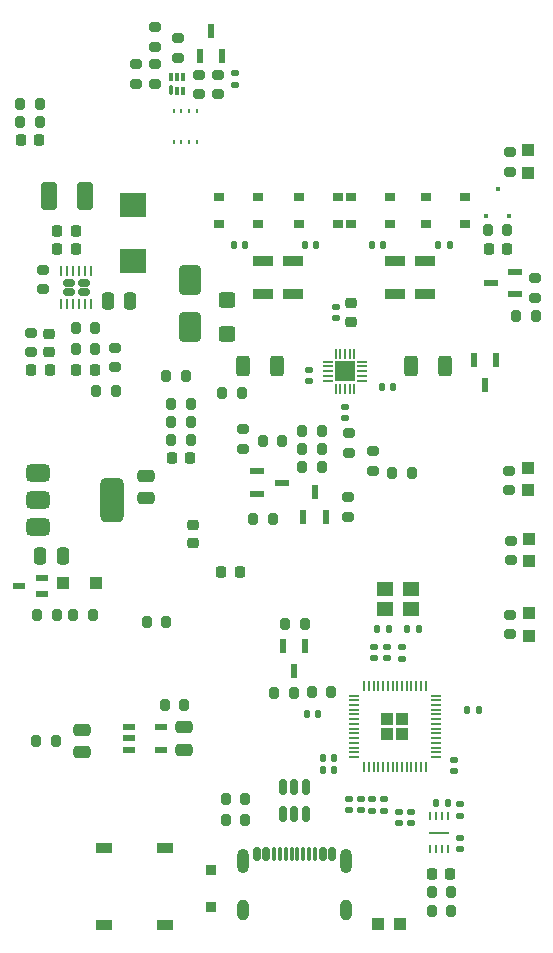
<source format=gbr>
%TF.GenerationSoftware,KiCad,Pcbnew,8.0.6*%
%TF.CreationDate,2024-10-28T23:36:15+00:00*%
%TF.ProjectId,StepUp,53746570-5570-42e6-9b69-6361645f7063,v0.1*%
%TF.SameCoordinates,Original*%
%TF.FileFunction,Paste,Top*%
%TF.FilePolarity,Positive*%
%FSLAX46Y46*%
G04 Gerber Fmt 4.6, Leading zero omitted, Abs format (unit mm)*
G04 Created by KiCad (PCBNEW 8.0.6) date 2024-10-28 23:36:15*
%MOMM*%
%LPD*%
G01*
G04 APERTURE LIST*
G04 Aperture macros list*
%AMRoundRect*
0 Rectangle with rounded corners*
0 $1 Rounding radius*
0 $2 $3 $4 $5 $6 $7 $8 $9 X,Y pos of 4 corners*
0 Add a 4 corners polygon primitive as box body*
4,1,4,$2,$3,$4,$5,$6,$7,$8,$9,$2,$3,0*
0 Add four circle primitives for the rounded corners*
1,1,$1+$1,$2,$3*
1,1,$1+$1,$4,$5*
1,1,$1+$1,$6,$7*
1,1,$1+$1,$8,$9*
0 Add four rect primitives between the rounded corners*
20,1,$1+$1,$2,$3,$4,$5,0*
20,1,$1+$1,$4,$5,$6,$7,0*
20,1,$1+$1,$6,$7,$8,$9,0*
20,1,$1+$1,$8,$9,$2,$3,0*%
G04 Aperture macros list end*
%ADD10R,0.863600X0.787400*%
%ADD11RoundRect,0.250000X0.312500X0.625000X-0.312500X0.625000X-0.312500X-0.625000X0.312500X-0.625000X0*%
%ADD12RoundRect,0.200000X-0.275000X0.200000X-0.275000X-0.200000X0.275000X-0.200000X0.275000X0.200000X0*%
%ADD13RoundRect,0.200000X-0.200000X-0.275000X0.200000X-0.275000X0.200000X0.275000X-0.200000X0.275000X0*%
%ADD14RoundRect,0.140000X0.140000X0.170000X-0.140000X0.170000X-0.140000X-0.170000X0.140000X-0.170000X0*%
%ADD15RoundRect,0.140000X0.170000X-0.140000X0.170000X0.140000X-0.170000X0.140000X-0.170000X-0.140000X0*%
%ADD16RoundRect,0.135000X0.185000X-0.135000X0.185000X0.135000X-0.185000X0.135000X-0.185000X-0.135000X0*%
%ADD17RoundRect,0.140000X-0.170000X0.140000X-0.170000X-0.140000X0.170000X-0.140000X0.170000X0.140000X0*%
%ADD18RoundRect,0.150000X-0.150000X-0.425000X0.150000X-0.425000X0.150000X0.425000X-0.150000X0.425000X0*%
%ADD19RoundRect,0.075000X-0.075000X-0.500000X0.075000X-0.500000X0.075000X0.500000X-0.075000X0.500000X0*%
%ADD20O,1.000000X2.100000*%
%ADD21O,1.000000X1.800000*%
%ADD22RoundRect,0.140000X-0.140000X-0.170000X0.140000X-0.170000X0.140000X0.170000X-0.140000X0.170000X0*%
%ADD23RoundRect,0.225000X0.225000X0.250000X-0.225000X0.250000X-0.225000X-0.250000X0.225000X-0.250000X0*%
%ADD24RoundRect,0.135000X-0.185000X0.135000X-0.185000X-0.135000X0.185000X-0.135000X0.185000X0.135000X0*%
%ADD25RoundRect,0.200000X0.200000X0.275000X-0.200000X0.275000X-0.200000X-0.275000X0.200000X-0.275000X0*%
%ADD26RoundRect,0.225000X-0.225000X-0.250000X0.225000X-0.250000X0.225000X0.250000X-0.225000X0.250000X0*%
%ADD27RoundRect,0.200000X0.275000X-0.200000X0.275000X0.200000X-0.275000X0.200000X-0.275000X-0.200000X0*%
%ADD28R,1.000000X0.550000*%
%ADD29R,0.600000X1.300000*%
%ADD30RoundRect,0.250000X0.292217X0.292217X-0.292217X0.292217X-0.292217X-0.292217X0.292217X-0.292217X0*%
%ADD31RoundRect,0.050000X0.387500X0.050000X-0.387500X0.050000X-0.387500X-0.050000X0.387500X-0.050000X0*%
%ADD32RoundRect,0.050000X0.050000X0.387500X-0.050000X0.387500X-0.050000X-0.387500X0.050000X-0.387500X0*%
%ADD33R,1.000000X1.000000*%
%ADD34R,1.753400X0.912000*%
%ADD35R,1.300000X0.600000*%
%ADD36RoundRect,0.160000X0.345000X-0.160000X0.345000X0.160000X-0.345000X0.160000X-0.345000X-0.160000X0*%
%ADD37RoundRect,0.062500X0.062500X-0.362500X0.062500X0.362500X-0.062500X0.362500X-0.062500X-0.362500X0*%
%ADD38R,0.254000X0.355600*%
%ADD39RoundRect,0.250000X0.650000X-1.000000X0.650000X1.000000X-0.650000X1.000000X-0.650000X-1.000000X0*%
%ADD40RoundRect,0.250000X-0.250000X-0.475000X0.250000X-0.475000X0.250000X0.475000X-0.250000X0.475000X0*%
%ADD41RoundRect,0.225000X-0.250000X0.225000X-0.250000X-0.225000X0.250000X-0.225000X0.250000X0.225000X0*%
%ADD42RoundRect,0.250000X0.250000X0.475000X-0.250000X0.475000X-0.250000X-0.475000X0.250000X-0.475000X0*%
%ADD43R,1.400000X1.200000*%
%ADD44RoundRect,0.250000X-0.312500X-0.625000X0.312500X-0.625000X0.312500X0.625000X-0.312500X0.625000X0*%
%ADD45RoundRect,0.375000X-0.625000X-0.375000X0.625000X-0.375000X0.625000X0.375000X-0.625000X0.375000X0*%
%ADD46RoundRect,0.500000X-0.500000X-1.400000X0.500000X-1.400000X0.500000X1.400000X-0.500000X1.400000X0*%
%ADD47RoundRect,0.135000X0.135000X0.185000X-0.135000X0.185000X-0.135000X-0.185000X0.135000X-0.185000X0*%
%ADD48O,0.857199X0.204000*%
%ADD49O,0.204000X0.857199*%
%ADD50R,1.701800X1.701800*%
%ADD51RoundRect,0.250000X0.475000X-0.250000X0.475000X0.250000X-0.475000X0.250000X-0.475000X-0.250000X0*%
%ADD52RoundRect,0.250000X0.412500X0.925000X-0.412500X0.925000X-0.412500X-0.925000X0.412500X-0.925000X0*%
%ADD53R,0.457200X0.406400*%
%ADD54R,0.254000X0.711200*%
%ADD55R,1.651000X0.254000*%
%ADD56R,2.200000X2.150000*%
%ADD57RoundRect,0.250000X-0.475000X0.250000X-0.475000X-0.250000X0.475000X-0.250000X0.475000X0.250000X0*%
%ADD58R,1.050000X0.600000*%
%ADD59R,1.397000X0.889000*%
%ADD60RoundRect,0.225000X0.250000X-0.225000X0.250000X0.225000X-0.250000X0.225000X-0.250000X-0.225000X0*%
%ADD61RoundRect,0.250000X0.450000X-0.400000X0.450000X0.400000X-0.450000X0.400000X-0.450000X-0.400000X0*%
%ADD62R,0.950000X0.900000*%
%ADD63RoundRect,0.070000X-0.070000X-0.355000X0.070000X-0.355000X0.070000X0.355000X-0.070000X0.355000X0*%
%ADD64RoundRect,0.070000X-0.070000X-0.305000X0.070000X-0.305000X0.070000X0.305000X-0.070000X0.305000X0*%
%ADD65RoundRect,0.150000X0.150000X-0.512500X0.150000X0.512500X-0.150000X0.512500X-0.150000X-0.512500X0*%
%ADD66RoundRect,0.250000X-0.300000X-0.300000X0.300000X-0.300000X0.300000X0.300000X-0.300000X0.300000X0*%
G04 APERTURE END LIST*
D10*
%TO.C,D3*%
X85710799Y-69579600D03*
X82408799Y-69579600D03*
%TD*%
D11*
%TO.C,R20*%
X94805900Y-81651001D03*
X91880900Y-81651001D03*
%TD*%
D12*
%TO.C,R49*%
X100308000Y-63515000D03*
X100308000Y-65165000D03*
%TD*%
D13*
%TO.C,R33*%
X98433000Y-70140000D03*
X100083000Y-70140000D03*
%TD*%
D14*
%TO.C,C10*%
X84040000Y-111068000D03*
X83080000Y-111068000D03*
%TD*%
D15*
%TO.C,C5*%
X88776000Y-106376000D03*
X88776000Y-105416000D03*
%TD*%
D16*
%TO.C,R6*%
X89672500Y-119258000D03*
X89672500Y-118238000D03*
%TD*%
D17*
%TO.C,C8*%
X86660000Y-118268000D03*
X86660000Y-119228000D03*
%TD*%
D18*
%TO.C,J1*%
X78858000Y-122950000D03*
X79658000Y-122950000D03*
D19*
X80808000Y-122950000D03*
X81808000Y-122950000D03*
X82308000Y-122950000D03*
X83308000Y-122950000D03*
D18*
X84458000Y-122950000D03*
X85258000Y-122950000D03*
X85258000Y-122950000D03*
X84458000Y-122950000D03*
D19*
X83808000Y-122950000D03*
X82808000Y-122950000D03*
X81308000Y-122950000D03*
X80308000Y-122950000D03*
D18*
X79658000Y-122950000D03*
X78858000Y-122950000D03*
D20*
X77738000Y-123525000D03*
D21*
X77738000Y-127705000D03*
D20*
X86378000Y-123525000D03*
D21*
X86378000Y-127705000D03*
%TD*%
D22*
%TO.C,C19*%
X89470000Y-83350000D03*
X90430000Y-83350000D03*
%TD*%
D13*
%TO.C,R40*%
X58833000Y-60964000D03*
X60483000Y-60964000D03*
%TD*%
D17*
%TO.C,C18*%
X86358000Y-85060000D03*
X86358000Y-86020000D03*
%TD*%
D13*
%TO.C,R32*%
X71183000Y-82440000D03*
X72833000Y-82440000D03*
%TD*%
D23*
%TO.C,C41*%
X77408000Y-99040000D03*
X75858000Y-99040000D03*
%TD*%
D12*
%TO.C,R10*%
X86550000Y-92725000D03*
X86550000Y-94375000D03*
%TD*%
D24*
%TO.C,R2*%
X96108000Y-118730000D03*
X96108000Y-119750000D03*
%TD*%
D25*
%TO.C,R28*%
X66925000Y-83700000D03*
X65275000Y-83700000D03*
%TD*%
D16*
%TO.C,R5*%
X91195000Y-106406000D03*
X91195000Y-105386000D03*
%TD*%
%TO.C,R7*%
X88660000Y-119258000D03*
X88660000Y-118238000D03*
%TD*%
D10*
%TO.C,D8*%
X90168400Y-67293600D03*
X86866400Y-67293600D03*
%TD*%
%TO.C,D10*%
X93216400Y-67293600D03*
X96518400Y-67293600D03*
%TD*%
D26*
%TO.C,C38*%
X71686000Y-89408000D03*
X73236000Y-89408000D03*
%TD*%
D15*
%TO.C,C15*%
X83258000Y-82880000D03*
X83258000Y-81920000D03*
%TD*%
D10*
%TO.C,D7*%
X86866400Y-69579600D03*
X90168400Y-69579600D03*
%TD*%
D27*
%TO.C,R8*%
X77708000Y-88615000D03*
X77708000Y-86965000D03*
%TD*%
D25*
%TO.C,R31*%
X65187000Y-78368000D03*
X63537000Y-78368000D03*
%TD*%
D13*
%TO.C,R4*%
X76233000Y-120068000D03*
X77883000Y-120068000D03*
%TD*%
D12*
%TO.C,R48*%
X68632999Y-56069200D03*
X68632999Y-57719200D03*
%TD*%
D23*
%TO.C,C28*%
X63525000Y-71674000D03*
X61975000Y-71674000D03*
%TD*%
D28*
%TO.C,Q3*%
X60640000Y-100888000D03*
X60640000Y-99588000D03*
X58740000Y-100238000D03*
%TD*%
D29*
%TO.C,D13*%
X99158000Y-81140000D03*
X97258000Y-81140000D03*
X98208000Y-83240000D03*
%TD*%
D30*
%TO.C,U3*%
X91196500Y-112750500D03*
X91196500Y-111475500D03*
X89921500Y-112750500D03*
X89921500Y-111475500D03*
D31*
X93996500Y-114713000D03*
X93996500Y-114313000D03*
X93996500Y-113913000D03*
X93996500Y-113513000D03*
X93996500Y-113113000D03*
X93996500Y-112713000D03*
X93996500Y-112313000D03*
X93996500Y-111913000D03*
X93996500Y-111513000D03*
X93996500Y-111113000D03*
X93996500Y-110713000D03*
X93996500Y-110313000D03*
X93996500Y-109913000D03*
X93996500Y-109513000D03*
D32*
X93159000Y-108675500D03*
X92759000Y-108675500D03*
X92359000Y-108675500D03*
X91959000Y-108675500D03*
X91559000Y-108675500D03*
X91159000Y-108675500D03*
X90759000Y-108675500D03*
X90359000Y-108675500D03*
X89959000Y-108675500D03*
X89559000Y-108675500D03*
X89159000Y-108675500D03*
X88759000Y-108675500D03*
X88359000Y-108675500D03*
X87959000Y-108675500D03*
D31*
X87121500Y-109513000D03*
X87121500Y-109913000D03*
X87121500Y-110313000D03*
X87121500Y-110713000D03*
X87121500Y-111113000D03*
X87121500Y-111513000D03*
X87121500Y-111913000D03*
X87121500Y-112313000D03*
X87121500Y-112713000D03*
X87121500Y-113113000D03*
X87121500Y-113513000D03*
X87121500Y-113913000D03*
X87121500Y-114313000D03*
X87121500Y-114713000D03*
D32*
X87959000Y-115550500D03*
X88359000Y-115550500D03*
X88759000Y-115550500D03*
X89159000Y-115550500D03*
X89559000Y-115550500D03*
X89959000Y-115550500D03*
X90359000Y-115550500D03*
X90759000Y-115550500D03*
X91159000Y-115550500D03*
X91559000Y-115550500D03*
X91959000Y-115550500D03*
X92359000Y-115550500D03*
X92759000Y-115550500D03*
X93159000Y-115550500D03*
%TD*%
D13*
%TO.C,R26*%
X60183000Y-113340000D03*
X61833000Y-113340000D03*
%TD*%
%TO.C,R3*%
X76233000Y-118290000D03*
X77883000Y-118290000D03*
%TD*%
D17*
%TO.C,C7*%
X90942500Y-119377500D03*
X90942500Y-120337500D03*
%TD*%
D15*
%TO.C,C36*%
X76982999Y-57799200D03*
X76982999Y-56839200D03*
%TD*%
D25*
%TO.C,R24*%
X72733000Y-110290000D03*
X71083000Y-110290000D03*
%TD*%
D17*
%TO.C,C6*%
X87660000Y-118268000D03*
X87660000Y-119228000D03*
%TD*%
D33*
%TO.C,LED1*%
X91008000Y-128890000D03*
X89108000Y-128890000D03*
%TD*%
D25*
%TO.C,R45*%
X95308000Y-126140000D03*
X93658000Y-126140000D03*
%TD*%
D13*
%TO.C,R30*%
X63537000Y-80146000D03*
X65187000Y-80146000D03*
%TD*%
D12*
%TO.C,R27*%
X59790000Y-78813000D03*
X59790000Y-80463000D03*
%TD*%
D34*
%TO.C,L1*%
X81913400Y-72762201D03*
X81913400Y-75553801D03*
%TD*%
D14*
%TO.C,C13*%
X85440000Y-114768000D03*
X84480000Y-114768000D03*
%TD*%
D10*
%TO.C,D4*%
X82408799Y-67293600D03*
X85710799Y-67293600D03*
%TD*%
D35*
%TO.C,Q4*%
X100758000Y-75540000D03*
X100758000Y-73640000D03*
X98658000Y-74590000D03*
%TD*%
D36*
%TO.C,U7*%
X62944000Y-75370000D03*
X64194000Y-75370000D03*
X62944000Y-74570000D03*
X64194000Y-74570000D03*
D37*
X62319000Y-76395000D03*
X62819000Y-76395000D03*
X63319000Y-76395000D03*
X63819000Y-76395000D03*
X64319000Y-76395000D03*
X64819000Y-76395000D03*
X64819000Y-73545000D03*
X64319000Y-73545000D03*
X63819000Y-73545000D03*
X63319000Y-73545000D03*
X62819000Y-73545000D03*
X62319000Y-73545000D03*
%TD*%
D38*
%TO.C,U8*%
X73782999Y-60019200D03*
X73133001Y-60019200D03*
X72482999Y-60019200D03*
X71833001Y-60019200D03*
X71833001Y-62660800D03*
X72482999Y-62660800D03*
X73133001Y-62660800D03*
X73782999Y-62660800D03*
%TD*%
D33*
%TO.C,LED5*%
X101908000Y-102540000D03*
X101908000Y-104440000D03*
%TD*%
D15*
%TO.C,C3*%
X96108000Y-122520000D03*
X96108000Y-121560000D03*
%TD*%
D33*
%TO.C,LED2*%
X101858000Y-63340000D03*
X101858000Y-65240000D03*
%TD*%
D14*
%TO.C,C14*%
X85440000Y-115784000D03*
X84480000Y-115784000D03*
%TD*%
D12*
%TO.C,R34*%
X102408000Y-74165000D03*
X102408000Y-75815000D03*
%TD*%
D25*
%TO.C,R14*%
X84370001Y-90153400D03*
X82720001Y-90153400D03*
%TD*%
D27*
%TO.C,R37*%
X75582999Y-58594200D03*
X75582999Y-56944200D03*
%TD*%
D34*
%TO.C,L4*%
X93089400Y-72762201D03*
X93089400Y-75553801D03*
%TD*%
D25*
%TO.C,R43*%
X73283000Y-87884000D03*
X71633000Y-87884000D03*
%TD*%
D26*
%TO.C,C32*%
X59777000Y-81924000D03*
X61327000Y-81924000D03*
%TD*%
D13*
%TO.C,R23*%
X69563000Y-103320000D03*
X71213000Y-103320000D03*
%TD*%
D25*
%TO.C,R13*%
X77608000Y-83940000D03*
X75958000Y-83940000D03*
%TD*%
D14*
%TO.C,C20*%
X83888000Y-71390000D03*
X82928000Y-71390000D03*
%TD*%
D17*
%TO.C,C4*%
X91958500Y-119377500D03*
X91958500Y-120337500D03*
%TD*%
D33*
%TO.C,LED4*%
X101908000Y-96240000D03*
X101908000Y-98140000D03*
%TD*%
D23*
%TO.C,C39*%
X95258000Y-124620000D03*
X93708000Y-124620000D03*
%TD*%
D27*
%TO.C,R52*%
X100308000Y-104315000D03*
X100308000Y-102665000D03*
%TD*%
D39*
%TO.C,D12*%
X73200000Y-78350000D03*
X73200000Y-74350000D03*
%TD*%
D27*
%TO.C,R51*%
X100358000Y-98040000D03*
X100358000Y-96390000D03*
%TD*%
D25*
%TO.C,R55*%
X82008000Y-109290000D03*
X80358000Y-109290000D03*
%TD*%
D14*
%TO.C,C2*%
X90018000Y-103892000D03*
X89058000Y-103892000D03*
%TD*%
D40*
%TO.C,C24*%
X60518000Y-97724000D03*
X62418000Y-97724000D03*
%TD*%
D41*
%TO.C,C31*%
X61314000Y-78863000D03*
X61314000Y-80413000D03*
%TD*%
D22*
%TO.C,C1*%
X91598000Y-103892000D03*
X92558000Y-103892000D03*
%TD*%
D34*
%TO.C,L2*%
X79373400Y-72762201D03*
X79373400Y-75553801D03*
%TD*%
D25*
%TO.C,R12*%
X81033000Y-87940000D03*
X79383000Y-87940000D03*
%TD*%
D17*
%TO.C,C9*%
X95560000Y-114968000D03*
X95560000Y-115928000D03*
%TD*%
D42*
%TO.C,C34*%
X68150000Y-76150000D03*
X66250000Y-76150000D03*
%TD*%
D25*
%TO.C,R16*%
X84370001Y-87105400D03*
X82720001Y-87105400D03*
%TD*%
D22*
%TO.C,C23*%
X94248000Y-71357600D03*
X95208000Y-71357600D03*
%TD*%
D43*
%TO.C,Y1*%
X91908000Y-100502000D03*
X89708000Y-100502000D03*
X89708000Y-102202000D03*
X91908000Y-102202000D03*
%TD*%
D13*
%TO.C,R17*%
X90333000Y-90640000D03*
X91983000Y-90640000D03*
%TD*%
D44*
%TO.C,R19*%
X77656900Y-81651001D03*
X80581900Y-81651001D03*
%TD*%
D14*
%TO.C,C21*%
X77888000Y-71357600D03*
X76928000Y-71357600D03*
%TD*%
D45*
%TO.C,U5*%
X60316000Y-90630000D03*
X60316000Y-92930000D03*
D46*
X66616000Y-92930000D03*
D45*
X60316000Y-95230000D03*
%TD*%
D47*
%TO.C,R1*%
X95018000Y-118590000D03*
X93998000Y-118590000D03*
%TD*%
D15*
%TO.C,C12*%
X89925000Y-106376000D03*
X89925000Y-105416000D03*
%TD*%
D13*
%TO.C,R42*%
X71633000Y-86360000D03*
X73283000Y-86360000D03*
%TD*%
D48*
%TO.C,U4*%
X84863000Y-81250999D03*
X84863000Y-81651001D03*
X84863000Y-82051000D03*
X84863000Y-82450999D03*
X84863000Y-82851001D03*
D49*
X85532999Y-83521000D03*
X85933001Y-83521000D03*
X86333000Y-83521000D03*
X86732999Y-83521000D03*
X87133001Y-83521000D03*
D48*
X87803000Y-82851001D03*
X87803000Y-82450999D03*
X87803000Y-82051000D03*
X87803000Y-81651001D03*
X87803000Y-81250999D03*
D49*
X87133001Y-80581000D03*
X86732999Y-80581000D03*
X86333000Y-80581000D03*
X85933001Y-80581000D03*
X85532999Y-80581000D03*
D50*
X86333000Y-82051000D03*
%TD*%
D12*
%TO.C,R11*%
X86650000Y-87325000D03*
X86650000Y-88975000D03*
%TD*%
D13*
%TO.C,R41*%
X71633000Y-84840000D03*
X73283000Y-84840000D03*
%TD*%
D51*
%TO.C,C30*%
X64108000Y-114290000D03*
X64108000Y-112390000D03*
%TD*%
D52*
%TO.C,C25*%
X64345500Y-67190000D03*
X61270500Y-67190000D03*
%TD*%
D25*
%TO.C,R15*%
X84370001Y-88629400D03*
X82720001Y-88629400D03*
%TD*%
D10*
%TO.C,D9*%
X96518400Y-69579600D03*
X93216400Y-69579600D03*
%TD*%
D27*
%TO.C,R36*%
X72182999Y-55494200D03*
X72182999Y-53844200D03*
%TD*%
D26*
%TO.C,C37*%
X58886000Y-62484000D03*
X60436000Y-62484000D03*
%TD*%
D27*
%TO.C,R38*%
X73982999Y-58594200D03*
X73982999Y-56944200D03*
%TD*%
%TO.C,R50*%
X100253000Y-92115000D03*
X100253000Y-90465000D03*
%TD*%
D51*
%TO.C,C29*%
X69508000Y-92790000D03*
X69508000Y-90890000D03*
%TD*%
D15*
%TO.C,C17*%
X85609001Y-77559001D03*
X85609001Y-76599001D03*
%TD*%
D53*
%TO.C,Q5*%
X98307999Y-68926000D03*
X100208001Y-68926000D03*
X99258000Y-66640000D03*
%TD*%
D29*
%TO.C,Q1*%
X82814400Y-94411001D03*
X84714400Y-94411001D03*
X83764400Y-92311001D03*
%TD*%
D54*
%TO.C,U1*%
X95058001Y-119743000D03*
X94558000Y-119743000D03*
X94058000Y-119743000D03*
X93557999Y-119743000D03*
X93557999Y-122537000D03*
X94058000Y-122537000D03*
X94558000Y-122537000D03*
X95058001Y-122537000D03*
D55*
X94308000Y-121140000D03*
%TD*%
D56*
%TO.C,L5*%
X68350000Y-67950000D03*
X68350000Y-72750000D03*
%TD*%
D23*
%TO.C,C33*%
X65137000Y-81924000D03*
X63587000Y-81924000D03*
%TD*%
D25*
%TO.C,R21*%
X64965000Y-102666000D03*
X63315000Y-102666000D03*
%TD*%
D22*
%TO.C,C11*%
X96680000Y-110768000D03*
X97640000Y-110768000D03*
%TD*%
D25*
%TO.C,R9*%
X80198400Y-94605001D03*
X78548400Y-94605001D03*
%TD*%
%TO.C,R39*%
X60483000Y-59440000D03*
X58833000Y-59440000D03*
%TD*%
D57*
%TO.C,C26*%
X72710000Y-112190000D03*
X72710000Y-114090000D03*
%TD*%
D58*
%TO.C,U6*%
X68058000Y-112190000D03*
X68058000Y-113140000D03*
X68058000Y-114090000D03*
X70758000Y-114090000D03*
X70758000Y-112190000D03*
%TD*%
D13*
%TO.C,R54*%
X81268000Y-103450000D03*
X82918000Y-103450000D03*
%TD*%
D10*
%TO.C,D5*%
X75690400Y-69579600D03*
X78992400Y-69579600D03*
%TD*%
D29*
%TO.C,Q6*%
X74032999Y-55369200D03*
X75932999Y-55369200D03*
X74982999Y-53269200D03*
%TD*%
D12*
%TO.C,R29*%
X66902000Y-80083000D03*
X66902000Y-81733000D03*
%TD*%
D59*
%TO.C,SW2*%
X71073600Y-128940001D03*
X71073600Y-122439999D03*
%TD*%
D33*
%TO.C,LED3*%
X101808000Y-90240000D03*
X101808000Y-92140000D03*
%TD*%
D23*
%TO.C,C27*%
X63525000Y-70150000D03*
X61975000Y-70150000D03*
%TD*%
D12*
%TO.C,R18*%
X88700000Y-88825000D03*
X88700000Y-90475000D03*
%TD*%
D59*
%TO.C,SW1*%
X65908000Y-128940001D03*
X65908000Y-122439999D03*
%TD*%
D22*
%TO.C,C22*%
X88628000Y-71390000D03*
X89588000Y-71390000D03*
%TD*%
D34*
%TO.C,L3*%
X90549400Y-72762201D03*
X90549400Y-75553801D03*
%TD*%
D12*
%TO.C,R47*%
X70232999Y-56044200D03*
X70232999Y-57694200D03*
%TD*%
D60*
%TO.C,C40*%
X73458000Y-96590000D03*
X73458000Y-95040000D03*
%TD*%
D61*
%TO.C,D2*%
X76350000Y-78929000D03*
X76350000Y-76029000D03*
%TD*%
D23*
%TO.C,C35*%
X100033000Y-71740000D03*
X98483000Y-71740000D03*
%TD*%
D62*
%TO.C,D1*%
X74958000Y-124274550D03*
X74958000Y-127424550D03*
%TD*%
D10*
%TO.C,D6*%
X78992400Y-67293600D03*
X75690400Y-67293600D03*
%TD*%
D13*
%TO.C,R44*%
X93674000Y-127728000D03*
X95324000Y-127728000D03*
%TD*%
D25*
%TO.C,R53*%
X85168000Y-109250000D03*
X83518000Y-109250000D03*
%TD*%
D27*
%TO.C,R25*%
X60806000Y-75129000D03*
X60806000Y-73479000D03*
%TD*%
D13*
%TO.C,R35*%
X100833000Y-77340000D03*
X102483000Y-77340000D03*
%TD*%
D29*
%TO.C,Q7*%
X82943000Y-105300000D03*
X81043000Y-105300000D03*
X81993000Y-107400000D03*
%TD*%
D35*
%TO.C,Q2*%
X78858000Y-90540000D03*
X78858000Y-92440000D03*
X80958000Y-91490000D03*
%TD*%
D63*
%TO.C,U9*%
X71632999Y-58260800D03*
D64*
X72132999Y-58310800D03*
X72632999Y-58310800D03*
X72632999Y-57160800D03*
X72132999Y-57160800D03*
X71632999Y-57160800D03*
%TD*%
D65*
%TO.C,U2*%
X81102000Y-119567500D03*
X82052000Y-119567500D03*
X83002000Y-119567500D03*
X83002000Y-117292500D03*
X82052000Y-117292500D03*
X81102000Y-117292500D03*
%TD*%
D12*
%TO.C,R46*%
X70232999Y-52944200D03*
X70232999Y-54594200D03*
%TD*%
D60*
%TO.C,C16*%
X86879001Y-77854001D03*
X86879001Y-76304001D03*
%TD*%
D25*
%TO.C,R22*%
X61917000Y-102666000D03*
X60267000Y-102666000D03*
%TD*%
D66*
%TO.C,D11*%
X62486000Y-100010000D03*
X65286000Y-100010000D03*
%TD*%
M02*

</source>
